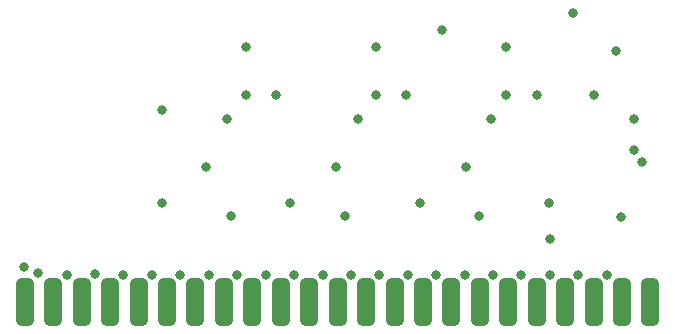
<source format=gbr>
%TF.GenerationSoftware,KiCad,Pcbnew,8.0.5*%
%TF.CreationDate,2024-09-28T22:07:55-04:00*%
%TF.ProjectId,Fluke_LCD,466c756b-655f-44c4-9344-2e6b69636164,rev?*%
%TF.SameCoordinates,Original*%
%TF.FileFunction,Soldermask,Bot*%
%TF.FilePolarity,Negative*%
%FSLAX46Y46*%
G04 Gerber Fmt 4.6, Leading zero omitted, Abs format (unit mm)*
G04 Created by KiCad (PCBNEW 8.0.5) date 2024-09-28 22:07:55*
%MOMM*%
%LPD*%
G01*
G04 APERTURE LIST*
G04 Aperture macros list*
%AMRoundRect*
0 Rectangle with rounded corners*
0 $1 Rounding radius*
0 $2 $3 $4 $5 $6 $7 $8 $9 X,Y pos of 4 corners*
0 Add a 4 corners polygon primitive as box body*
4,1,4,$2,$3,$4,$5,$6,$7,$8,$9,$2,$3,0*
0 Add four circle primitives for the rounded corners*
1,1,$1+$1,$2,$3*
1,1,$1+$1,$4,$5*
1,1,$1+$1,$6,$7*
1,1,$1+$1,$8,$9*
0 Add four rect primitives between the rounded corners*
20,1,$1+$1,$2,$3,$4,$5,0*
20,1,$1+$1,$4,$5,$6,$7,0*
20,1,$1+$1,$6,$7,$8,$9,0*
20,1,$1+$1,$8,$9,$2,$3,0*%
G04 Aperture macros list end*
%ADD10RoundRect,0.375000X-0.375000X-1.625000X0.375000X-1.625000X0.375000X1.625000X-0.375000X1.625000X0*%
%ADD11C,0.800000*%
G04 APERTURE END LIST*
D10*
%TO.C,J1*%
X238345000Y-157910000D03*
X235938182Y-157900000D03*
X233530000Y-157910000D03*
X231124546Y-157910000D03*
X228710000Y-157900000D03*
X226310000Y-157910000D03*
X223904092Y-157900000D03*
X221497274Y-157900000D03*
X219090000Y-157900000D03*
X216683638Y-157900000D03*
X214276820Y-157900000D03*
X211870000Y-157900000D03*
X209463184Y-157900000D03*
X207050000Y-157900000D03*
X204649548Y-157900000D03*
X202240000Y-157900000D03*
X199830000Y-157900000D03*
X197429094Y-157900000D03*
X195020000Y-157900000D03*
X192610000Y-157900000D03*
X190208640Y-157900000D03*
X187800000Y-157900000D03*
X185390000Y-157900000D03*
%TD*%
D11*
X229877500Y-152560000D03*
X235450000Y-136650000D03*
X233560000Y-140380000D03*
X220720000Y-134810000D03*
X235840000Y-150670000D03*
X231830000Y-133390000D03*
X215390000Y-155580000D03*
X186510000Y-155450000D03*
X188930000Y-155550000D03*
X191320000Y-155520000D03*
X193720000Y-155560000D03*
X196140000Y-155580000D03*
X198540000Y-155550000D03*
X200960000Y-155570000D03*
X203360000Y-155550000D03*
X205760000Y-155560000D03*
X208180000Y-155570000D03*
X210590000Y-155560000D03*
X212980000Y-155580000D03*
X217810000Y-155560000D03*
X220210000Y-155560000D03*
X222620000Y-155560000D03*
X225030000Y-155560000D03*
X227430000Y-155570000D03*
X229830000Y-155550000D03*
X232230000Y-155560000D03*
X234650000Y-155560000D03*
X237600000Y-146040000D03*
X185310000Y-154940000D03*
X236930000Y-142400000D03*
X236930000Y-144990000D03*
X197000000Y-149490000D03*
X197000000Y-141620000D03*
X204080000Y-136310000D03*
X204080000Y-140380000D03*
X202850000Y-150620000D03*
X200710000Y-146470000D03*
X202520000Y-142410000D03*
X206630000Y-140330000D03*
X207820000Y-149490000D03*
X212530000Y-150630000D03*
X215080000Y-136270000D03*
X215080000Y-140320000D03*
X211710000Y-146420000D03*
X213570000Y-142360000D03*
X217670000Y-140360000D03*
X218870000Y-149500000D03*
X226130000Y-140360000D03*
X223800000Y-150570000D03*
X226130000Y-136310000D03*
X224890000Y-142400000D03*
X222700000Y-146460000D03*
X229790000Y-149490000D03*
X228720000Y-140370000D03*
M02*

</source>
